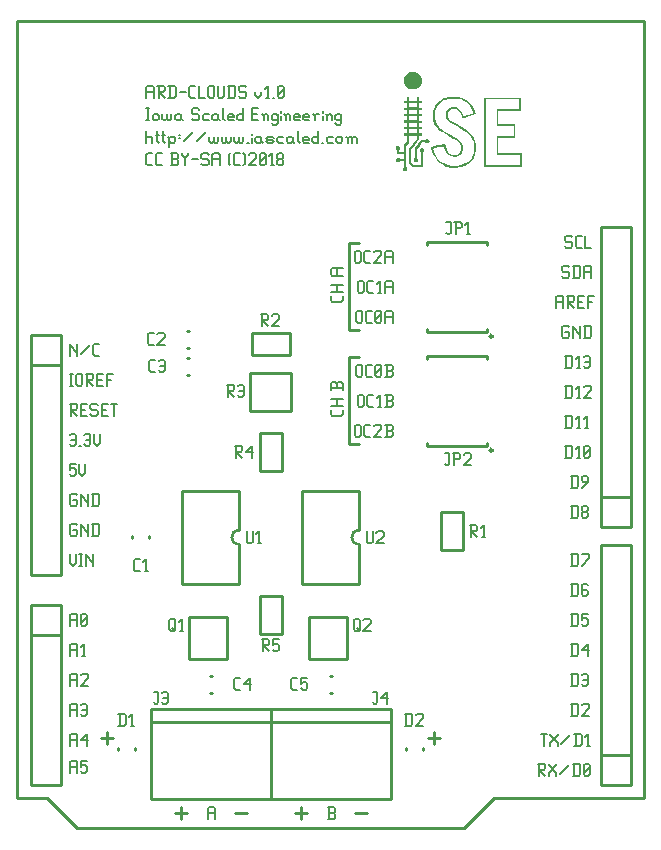
<source format=gbr>
G04 start of page 8 for group -4079 idx -4079 *
G04 Title: (unknown), topsilk *
G04 Creator: pcb 20140316 *
G04 CreationDate: Fri 13 Apr 2018 03:31:12 AM GMT UTC *
G04 For: railfan *
G04 Format: Gerber/RS-274X *
G04 PCB-Dimensions (mil): 2100.00 2700.00 *
G04 PCB-Coordinate-Origin: lower left *
%MOIN*%
%FSLAX25Y25*%
%LNTOPSILK*%
%ADD56C,0.0080*%
%ADD55C,0.0100*%
%ADD54C,0.0001*%
G54D54*G36*
X129543Y219709D02*X129147Y219980D01*
X129011Y220425D01*
X129065Y220740D01*
X129261Y220990D01*
X129391Y221104D01*
Y222986D01*
X128718D01*
X128241Y222981D01*
X128045Y222964D01*
X127953Y222840D01*
X127600Y222617D01*
X127172D01*
X126873Y222807D01*
X126689Y223100D01*
X126662Y223431D01*
X126770Y223724D01*
X126987Y223946D01*
X127302Y224066D01*
X127682Y224012D01*
X127991Y223773D01*
X128056Y223675D01*
X128724D01*
X129391Y223670D01*
Y225167D01*
X127058D01*
Y225900D01*
X127053Y226627D01*
X126955Y226697D01*
X126787Y226876D01*
X126678Y227093D01*
X126689Y227527D01*
X126873Y227815D01*
X127161Y227994D01*
X127497Y228026D01*
X127790Y227923D01*
X128013Y227701D01*
X128132Y227381D01*
X128078Y227006D01*
X127839Y226697D01*
X127742Y226627D01*
Y225851D01*
X129391D01*
Y228156D01*
X129857Y228748D01*
X130329Y229339D01*
Y231406D01*
X129418D01*
Y232193D01*
X133802D01*
Y233566D01*
X130986D01*
Y232193D01*
X130329D01*
Y233566D01*
X129418D01*
Y234325D01*
X130319D01*
Y235692D01*
X131002Y235719D01*
X130997Y235057D01*
X130991Y234586D01*
X131002Y234368D01*
X131067Y234358D01*
X131290Y234347D01*
X131724Y234341D01*
X132407Y234336D01*
X133802D01*
Y235719D01*
X131002D01*
X130319Y235692D01*
X129418D01*
Y236452D01*
X130329D01*
X130986Y236479D01*
X133802D01*
Y237852D01*
X130986D01*
Y236479D01*
X130329Y236452D01*
Y237824D01*
X129418D01*
Y238584D01*
X130319D01*
X130329Y239962D01*
X130986Y240005D01*
Y239327D01*
X130991Y238844D01*
X131008Y238627D01*
X131420Y238617D01*
X132407Y238611D01*
X133791D01*
X133796Y239300D01*
Y239316D01*
X133807Y240005D01*
X130986D01*
X130329Y239962D01*
X129418D01*
Y240722D01*
X130319D01*
Y242094D01*
X131002Y242148D01*
X130997Y241492D01*
X130991Y241015D01*
X131002Y240797D01*
X131067Y240787D01*
X131290Y240776D01*
X131724Y240770D01*
X132407Y240765D01*
X133807D01*
X133796Y241459D01*
X133791Y242148D01*
X131002D01*
X130319Y242094D01*
X129418D01*
Y242854D01*
X130329D01*
Y244096D01*
X130986D01*
Y242854D01*
X133802D01*
Y244096D01*
X134491D01*
Y242854D01*
X135402D01*
Y242094D01*
X134491D01*
Y240694D01*
X135402D01*
Y239935D01*
X134491D01*
Y238541D01*
X135402D01*
Y237781D01*
X134491D01*
Y236408D01*
X135402D01*
Y235649D01*
X134491D01*
Y234255D01*
X135402D01*
Y233495D01*
X134491D01*
Y232122D01*
X135402D01*
Y231336D01*
X134491D01*
X134485Y230750D01*
Y230158D01*
X133069Y228368D01*
X131648Y226583D01*
Y222574D01*
X132624Y221597D01*
X135044D01*
Y223719D01*
X135039Y224543D01*
Y225216D01*
X135033Y225672D01*
X135028Y225834D01*
X134903Y225927D01*
X134659Y226393D01*
X134794Y226909D01*
X135370Y227218D01*
X135972Y226947D01*
X136129Y226382D01*
X135831Y225872D01*
X135733Y225802D01*
Y220914D01*
X132342D01*
X130986Y222270D01*
Y226844D01*
X132396Y228623D01*
X133802Y230403D01*
Y231341D01*
X130986D01*
Y229003D01*
X130074Y227853D01*
Y221022D01*
X130140Y220990D01*
X130319Y220821D01*
X130449Y220588D01*
X130416Y220073D01*
X130069Y219693D01*
X129803Y219633D01*
X129543Y219644D01*
Y219709D01*
G37*
G36*
X145385Y220729D02*X143567Y221071D01*
X141983Y221793D01*
X140876Y222671D01*
X139932Y223778D01*
X139070Y225341D01*
X138424Y227196D01*
X138326Y227565D01*
X140746Y228081D01*
X141679Y228281D01*
X142455Y228444D01*
X142981Y228547D01*
X143182Y228580D01*
X143236Y228368D01*
X143285Y228118D01*
X143367Y227782D01*
X143730Y226757D01*
X144245Y225932D01*
X144891Y225324D01*
X145662Y224961D01*
X145900Y224918D01*
X146296Y224901D01*
X146687Y224918D01*
X146942Y224961D01*
X147962Y225547D01*
X148521Y226583D01*
X148575Y227212D01*
X148521Y227809D01*
X149123Y227983D01*
X149161Y226567D01*
X148803Y225617D01*
X148173Y224885D01*
X147316Y224424D01*
X146280Y224256D01*
X144951Y224559D01*
X143882Y225384D01*
X143090Y226627D01*
X142889Y227153D01*
X142743Y227657D01*
X142694Y227826D01*
X142645Y227842D01*
X142493Y227815D01*
X142135Y227739D01*
X141609Y227625D01*
X140979Y227489D01*
X139829Y227245D01*
X139292Y227126D01*
X139129Y227077D01*
Y227044D01*
X139178Y226860D01*
X139303Y226491D01*
X139449Y226084D01*
X139574Y225758D01*
X140572Y223979D01*
X141858Y222650D01*
X143432Y221782D01*
X145303Y221364D01*
X145699Y221353D01*
X146247D01*
X146795Y221369D01*
X147218Y221402D01*
X148548Y221657D01*
X149709Y222091D01*
X150609Y222623D01*
X151363Y223279D01*
X151966Y224060D01*
X152432Y224966D01*
X152660Y225661D01*
X152817Y226447D01*
X152866Y227402D01*
X152817Y228336D01*
X152590Y229323D01*
X152232Y230213D01*
X151711Y231032D01*
X151027Y231813D01*
X150327Y232459D01*
X149519Y233056D01*
X148445Y233717D01*
X146953Y234547D01*
X145808Y235182D01*
X145016Y235660D01*
X144463Y236061D01*
X144034Y236463D01*
X143486Y237249D01*
X143318Y238117D01*
X143464Y239159D01*
X143898Y239973D01*
X144603Y240537D01*
X145558Y240819D01*
X146139Y240836D01*
X146714Y240770D01*
X147484Y240477D01*
X148152Y239951D01*
X148727Y239186D01*
X149221Y238166D01*
X149307Y237966D01*
X149367Y237922D01*
X149530Y237971D01*
X149909Y238074D01*
X150419Y238226D01*
X151005Y238394D01*
X151581Y238562D01*
X152080Y238714D01*
X152438Y238817D01*
X152579Y238861D01*
X152552Y238985D01*
X152465Y239262D01*
X152340Y239604D01*
X152221Y239919D01*
X151543Y241134D01*
X150653Y242138D01*
X149579Y242913D01*
X148325Y243440D01*
X146568Y243743D01*
X144647Y243657D01*
X142900Y243196D01*
X141500Y242360D01*
X140800Y241633D01*
X140258Y240749D01*
X139889Y239723D01*
X139688Y238573D01*
X139661Y237797D01*
X139699Y237087D01*
X139938Y236105D01*
X140377Y235199D01*
X141017Y234358D01*
X141880Y233566D01*
X142422Y233159D01*
X143052Y232746D01*
X143855Y232269D01*
X144940Y231661D01*
X145667Y231260D01*
X146209Y230951D01*
X146633Y230696D01*
X147007Y230457D01*
X148439Y229247D01*
X149123Y227983D01*
X148521Y227809D01*
X147924Y228878D01*
X146665Y229925D01*
X146302Y230158D01*
X145895Y230403D01*
X145379Y230696D01*
X144685Y231075D01*
X143307Y231851D01*
X142292Y232480D01*
X141517Y233045D01*
X140860Y233625D01*
X140111Y234466D01*
X139574Y235350D01*
X139156Y236533D01*
X139026Y237846D01*
X139118Y239132D01*
X139411Y240331D01*
X140171Y241855D01*
X141332Y243038D01*
X142862Y243863D01*
X144734Y244302D01*
X146193Y244384D01*
X147577Y244259D01*
X148852Y243933D01*
X149991Y243407D01*
X151130Y242561D01*
X152069Y241476D01*
X152796Y240174D01*
X153289Y238671D01*
X153349Y238416D01*
X151147Y237776D01*
X150284Y237532D01*
X149579Y237331D01*
X149101Y237201D01*
X148922Y237157D01*
X148846Y237358D01*
X148618Y237960D01*
X148358Y238535D01*
X147598Y239604D01*
X146649Y240136D01*
X146014Y240201D01*
X145363Y240152D01*
X144506Y239680D01*
X144169Y239219D01*
X143985Y238622D01*
X143947Y238139D01*
X143985Y237727D01*
X144332Y237076D01*
X145059Y236408D01*
X145412Y236164D01*
X145851Y235888D01*
X146426Y235562D01*
X147197Y235139D01*
X148065Y234667D01*
X148748Y234282D01*
X149307Y233951D01*
X149785Y233642D01*
X151011Y232714D01*
X151977Y231726D01*
X152704Y230674D01*
X153192Y229534D01*
X153468Y228162D01*
X153474Y226730D01*
X153219Y225330D01*
X152709Y224066D01*
X151912Y222948D01*
X150870Y222037D01*
X149600Y221359D01*
X148135Y220914D01*
X146757Y220740D01*
X145385Y220735D01*
Y220729D01*
G37*
G36*
X155970Y232535D02*X156610Y232540D01*
X156604Y221641D01*
X168030D01*
Y224798D01*
X160256D01*
Y231319D01*
X165941D01*
Y234488D01*
X160256D01*
Y240271D01*
X167716D01*
Y243440D01*
X156621D01*
X156610Y232540D01*
X155970Y232535D01*
Y244064D01*
X168350D01*
Y239653D01*
X160890D01*
Y235133D01*
X166571D01*
Y230723D01*
X160907D01*
X160896Y228091D01*
X160890Y225460D01*
X168654D01*
Y221022D01*
X155970D01*
Y232535D01*
G37*
G36*
X133107Y222623D02*X132825Y222812D01*
X132646Y223100D01*
X132641Y223534D01*
X132868Y223887D01*
X132999Y223979D01*
X133010Y224440D01*
X133015Y225552D01*
Y227126D01*
X134111Y228504D01*
X135201Y229887D01*
X136531D01*
X136617Y230007D01*
X136845Y230202D01*
X136997Y230267D01*
X137203Y230278D01*
X137404Y230272D01*
X137556Y230202D01*
X137778Y230012D01*
X137914Y229768D01*
X137930Y229486D01*
X137865Y229214D01*
X137589Y228927D01*
X137203Y228813D01*
X136645Y229062D01*
X136520Y229198D01*
X135532D01*
X134615Y228043D01*
X133704Y226887D01*
Y223990D01*
X133807Y223919D01*
X134067Y223523D01*
X134035Y223024D01*
X133650Y222650D01*
X133107Y222617D01*
Y222623D01*
G37*
G36*
X131941Y246782D02*X131056Y247069D01*
X130291Y247628D01*
X129743Y248360D01*
X129456Y249223D01*
X129418Y249863D01*
X129499Y250482D01*
X129809Y251247D01*
X130329Y251898D01*
X131176Y252473D01*
X132147Y252716D01*
X133156Y252629D01*
X134100Y252202D01*
X134653Y251697D01*
X135077Y251079D01*
X135310Y250395D01*
X135380Y249668D01*
X135272Y248941D01*
X135006Y248268D01*
X134599Y247720D01*
X134084Y247275D01*
X133482Y246955D01*
X132831Y246782D01*
X132380Y246760D01*
X131941Y246782D01*
G37*
G54D55*X209500Y269500D02*Y10500D01*
X159500D02*X149500Y500D01*
X209500Y10500D02*X159500D01*
X500Y269500D02*X209500D01*
X114500Y195500D02*X111000D01*
Y166500D01*
X114500D01*
Y157500D02*X111000D01*
Y128500D01*
X114500D01*
X30500Y32500D02*Y28500D01*
X28500Y30500D02*X32500D01*
X139500Y32500D02*Y28500D01*
X137500Y30500D02*X141500D01*
X500Y10500D02*Y269500D01*
X149500Y500D02*X20500D01*
X55000Y7500D02*Y3500D01*
X53000Y5500D02*X57000D01*
X73000D02*X77000D01*
X500Y10500D02*X10500D01*
X20500Y500D02*X10500Y10500D01*
X95000Y7500D02*Y3500D01*
X93000Y5500D02*X97000D01*
X113000D02*X117000D01*
G54D56*X185500Y52000D02*Y48000D01*
X187000Y52000D02*X187500Y51500D01*
Y48500D01*
X187000Y48000D02*X187500Y48500D01*
X185000Y48000D02*X187000D01*
X185000Y52000D02*X187000D01*
X188700Y51500D02*X189200Y52000D01*
X190200D01*
X190700Y51500D01*
Y48500D01*
X190200Y48000D02*X190700Y48500D01*
X189200Y48000D02*X190200D01*
X188700Y48500D02*X189200Y48000D01*
Y50000D02*X190700D01*
X185500Y62000D02*Y58000D01*
X187000Y62000D02*X187500Y61500D01*
Y58500D01*
X187000Y58000D02*X187500Y58500D01*
X185000Y58000D02*X187000D01*
X185000Y62000D02*X187000D01*
X188700Y60000D02*X190700Y62000D01*
X188700Y60000D02*X191200D01*
X190700Y62000D02*Y58000D01*
X185500Y82000D02*Y78000D01*
X187000Y82000D02*X187500Y81500D01*
Y78500D01*
X187000Y78000D02*X187500Y78500D01*
X185000Y78000D02*X187000D01*
X185000Y82000D02*X187000D01*
X190200D02*X190700Y81500D01*
X189200Y82000D02*X190200D01*
X188700Y81500D02*X189200Y82000D01*
X188700Y81500D02*Y78500D01*
X189200Y78000D01*
X190200Y80000D02*X190700Y79500D01*
X188700Y80000D02*X190200D01*
X189200Y78000D02*X190200D01*
X190700Y78500D01*
Y79500D02*Y78500D01*
X185500Y72000D02*Y68000D01*
X187000Y72000D02*X187500Y71500D01*
Y68500D01*
X187000Y68000D02*X187500Y68500D01*
X185000Y68000D02*X187000D01*
X185000Y72000D02*X187000D01*
X188700D02*X190700D01*
X188700D02*Y70000D01*
X189200Y70500D01*
X190200D01*
X190700Y70000D01*
Y68500D01*
X190200Y68000D02*X190700Y68500D01*
X189200Y68000D02*X190200D01*
X188700Y68500D02*X189200Y68000D01*
X18000Y71500D02*Y68000D01*
Y71500D02*X18500Y72000D01*
X20000D01*
X20500Y71500D01*
Y68000D01*
X18000Y70000D02*X20500D01*
X21700Y68500D02*X22200Y68000D01*
X21700Y71500D02*Y68500D01*
Y71500D02*X22200Y72000D01*
X23200D01*
X23700Y71500D01*
Y68500D01*
X23200Y68000D02*X23700Y68500D01*
X22200Y68000D02*X23200D01*
X21700Y69000D02*X23700Y71000D01*
X185500Y42000D02*Y38000D01*
X187000Y42000D02*X187500Y41500D01*
Y38500D01*
X187000Y38000D02*X187500Y38500D01*
X185000Y38000D02*X187000D01*
X185000Y42000D02*X187000D01*
X188700Y41500D02*X189200Y42000D01*
X190700D01*
X191200Y41500D01*
Y40500D01*
X188700Y38000D02*X191200Y40500D01*
X188700Y38000D02*X191200D01*
X175000Y32000D02*X177000D01*
X176000D02*Y28000D01*
X178200Y32000D02*Y31500D01*
X180700Y29000D01*
Y28000D01*
X178200Y29000D02*Y28000D01*
Y29000D02*X180700Y31500D01*
Y32000D02*Y31500D01*
X181900Y28500D02*X184900Y31500D01*
X186600Y32000D02*Y28000D01*
X188100Y32000D02*X188600Y31500D01*
Y28500D01*
X188100Y28000D02*X188600Y28500D01*
X186100Y28000D02*X188100D01*
X186100Y32000D02*X188100D01*
X190300Y28000D02*X191300D01*
X190800Y32000D02*Y28000D01*
X189800Y31000D02*X190800Y32000D01*
X174000Y22000D02*X176000D01*
X176500Y21500D01*
Y20500D01*
X176000Y20000D02*X176500Y20500D01*
X174500Y20000D02*X176000D01*
X174500Y22000D02*Y18000D01*
Y20000D02*X176500Y18000D01*
X177700Y22000D02*Y21500D01*
X180200Y19000D01*
Y18000D01*
X177700Y19000D02*Y18000D01*
Y19000D02*X180200Y21500D01*
Y22000D02*Y21500D01*
X181400Y18500D02*X184400Y21500D01*
X186100Y22000D02*Y18000D01*
X187600Y22000D02*X188100Y21500D01*
Y18500D01*
X187600Y18000D02*X188100Y18500D01*
X185600Y18000D02*X187600D01*
X185600Y22000D02*X187600D01*
X189300Y18500D02*X189800Y18000D01*
X189300Y21500D02*Y18500D01*
Y21500D02*X189800Y22000D01*
X190800D01*
X191300Y21500D01*
Y18500D01*
X190800Y18000D02*X191300Y18500D01*
X189800Y18000D02*X190800D01*
X189300Y19000D02*X191300Y21000D01*
X64000Y7000D02*Y3500D01*
Y7000D02*X64500Y7500D01*
X66000D01*
X66500Y7000D01*
Y3500D01*
X64000Y5500D02*X66500D01*
X104000Y3500D02*X106000D01*
X106500Y4000D01*
Y5000D02*Y4000D01*
X106000Y5500D02*X106500Y5000D01*
X104500Y5500D02*X106000D01*
X104500Y7500D02*Y3500D01*
X104000Y7500D02*X106000D01*
X106500Y7000D01*
Y6000D01*
X106000Y5500D02*X106500Y6000D01*
X185500Y108000D02*Y104000D01*
X187000Y108000D02*X187500Y107500D01*
Y104500D01*
X187000Y104000D02*X187500Y104500D01*
X185000Y104000D02*X187000D01*
X185000Y108000D02*X187000D01*
X188700Y104500D02*X189200Y104000D01*
X188700Y105500D02*Y104500D01*
Y105500D02*X189200Y106000D01*
X190200D01*
X190700Y105500D01*
Y104500D01*
X190200Y104000D02*X190700Y104500D01*
X189200Y104000D02*X190200D01*
X188700Y106500D02*X189200Y106000D01*
X188700Y107500D02*Y106500D01*
Y107500D02*X189200Y108000D01*
X190200D01*
X190700Y107500D01*
Y106500D01*
X190200Y106000D02*X190700Y106500D01*
X183500Y148000D02*Y144000D01*
X185000Y148000D02*X185500Y147500D01*
Y144500D01*
X185000Y144000D02*X185500Y144500D01*
X183000Y144000D02*X185000D01*
X183000Y148000D02*X185000D01*
X187200Y144000D02*X188200D01*
X187700Y148000D02*Y144000D01*
X186700Y147000D02*X187700Y148000D01*
X189400Y147500D02*X189900Y148000D01*
X191400D01*
X191900Y147500D01*
Y146500D01*
X189400Y144000D02*X191900Y146500D01*
X189400Y144000D02*X191900D01*
X183500Y138000D02*Y134000D01*
X185000Y138000D02*X185500Y137500D01*
Y134500D01*
X185000Y134000D02*X185500Y134500D01*
X183000Y134000D02*X185000D01*
X183000Y138000D02*X185000D01*
X187200Y134000D02*X188200D01*
X187700Y138000D02*Y134000D01*
X186700Y137000D02*X187700Y138000D01*
X189900Y134000D02*X190900D01*
X190400Y138000D02*Y134000D01*
X189400Y137000D02*X190400Y138000D01*
X183500Y128000D02*Y124000D01*
X185000Y128000D02*X185500Y127500D01*
Y124500D01*
X185000Y124000D02*X185500Y124500D01*
X183000Y124000D02*X185000D01*
X183000Y128000D02*X185000D01*
X187200Y124000D02*X188200D01*
X187700Y128000D02*Y124000D01*
X186700Y127000D02*X187700Y128000D01*
X189400Y124500D02*X189900Y124000D01*
X189400Y127500D02*Y124500D01*
Y127500D02*X189900Y128000D01*
X190900D01*
X191400Y127500D01*
Y124500D01*
X190900Y124000D02*X191400Y124500D01*
X189900Y124000D02*X190900D01*
X189400Y125000D02*X191400Y127000D01*
X185500Y118000D02*Y114000D01*
X187000Y118000D02*X187500Y117500D01*
Y114500D01*
X187000Y114000D02*X187500Y114500D01*
X185000Y114000D02*X187000D01*
X185000Y118000D02*X187000D01*
X188700Y114000D02*X190700Y116000D01*
Y117500D02*Y116000D01*
X190200Y118000D02*X190700Y117500D01*
X189200Y118000D02*X190200D01*
X188700Y117500D02*X189200Y118000D01*
X188700Y117500D02*Y116500D01*
X189200Y116000D01*
X190700D01*
X180000Y177500D02*Y174000D01*
Y177500D02*X180500Y178000D01*
X182000D01*
X182500Y177500D01*
Y174000D01*
X180000Y176000D02*X182500D01*
X183700Y178000D02*X185700D01*
X186200Y177500D01*
Y176500D01*
X185700Y176000D02*X186200Y176500D01*
X184200Y176000D02*X185700D01*
X184200Y178000D02*Y174000D01*
Y176000D02*X186200Y174000D01*
X187400Y176000D02*X188900D01*
X187400Y174000D02*X189400D01*
X187400Y178000D02*Y174000D01*
Y178000D02*X189400D01*
X190600D02*Y174000D01*
Y178000D02*X192600D01*
X190600Y176000D02*X192100D01*
X184000Y168000D02*X184500Y167500D01*
X182500Y168000D02*X184000D01*
X182000Y167500D02*X182500Y168000D01*
X182000Y167500D02*Y164500D01*
X182500Y164000D01*
X184000D01*
X184500Y164500D01*
Y165500D02*Y164500D01*
X184000Y166000D02*X184500Y165500D01*
X183000Y166000D02*X184000D01*
X185700Y168000D02*Y164000D01*
Y168000D02*Y167500D01*
X188200Y165000D01*
Y168000D02*Y164000D01*
X189900Y168000D02*Y164000D01*
X191400Y168000D02*X191900Y167500D01*
Y164500D01*
X191400Y164000D02*X191900Y164500D01*
X189400Y164000D02*X191400D01*
X189400Y168000D02*X191400D01*
X183500Y158000D02*Y154000D01*
X185000Y158000D02*X185500Y157500D01*
Y154500D01*
X185000Y154000D02*X185500Y154500D01*
X183000Y154000D02*X185000D01*
X183000Y158000D02*X185000D01*
X187200Y154000D02*X188200D01*
X187700Y158000D02*Y154000D01*
X186700Y157000D02*X187700Y158000D01*
X189400Y157500D02*X189900Y158000D01*
X190900D01*
X191400Y157500D01*
Y154500D01*
X190900Y154000D02*X191400Y154500D01*
X189900Y154000D02*X190900D01*
X189400Y154500D02*X189900Y154000D01*
Y156000D02*X191400D01*
X185500Y92000D02*Y88000D01*
X187000Y92000D02*X187500Y91500D01*
Y88500D01*
X187000Y88000D02*X187500Y88500D01*
X185000Y88000D02*X187000D01*
X185000Y92000D02*X187000D01*
X188700Y88000D02*X191200Y90500D01*
Y92000D02*Y90500D01*
X188700Y92000D02*X191200D01*
X184000Y188000D02*X184500Y187500D01*
X182500Y188000D02*X184000D01*
X182000Y187500D02*X182500Y188000D01*
X182000Y187500D02*Y186500D01*
X182500Y186000D01*
X184000D01*
X184500Y185500D01*
Y184500D01*
X184000Y184000D02*X184500Y184500D01*
X182500Y184000D02*X184000D01*
X182000Y184500D02*X182500Y184000D01*
X186200Y188000D02*Y184000D01*
X187700Y188000D02*X188200Y187500D01*
Y184500D01*
X187700Y184000D02*X188200Y184500D01*
X185700Y184000D02*X187700D01*
X185700Y188000D02*X187700D01*
X189400Y187500D02*Y184000D01*
Y187500D02*X189900Y188000D01*
X191400D01*
X191900Y187500D01*
Y184000D01*
X189400Y186000D02*X191900D01*
X18000Y22500D02*Y19000D01*
Y22500D02*X18500Y23000D01*
X20000D01*
X20500Y22500D01*
Y19000D01*
X18000Y21000D02*X20500D01*
X21700Y23000D02*X23700D01*
X21700D02*Y21000D01*
X22200Y21500D01*
X23200D01*
X23700Y21000D01*
Y19500D01*
X23200Y19000D02*X23700Y19500D01*
X22200Y19000D02*X23200D01*
X21700Y19500D02*X22200Y19000D01*
X18000Y31500D02*Y28000D01*
Y31500D02*X18500Y32000D01*
X20000D01*
X20500Y31500D01*
Y28000D01*
X18000Y30000D02*X20500D01*
X21700D02*X23700Y32000D01*
X21700Y30000D02*X24200D01*
X23700Y32000D02*Y28000D01*
X18000Y41500D02*Y38000D01*
Y41500D02*X18500Y42000D01*
X20000D01*
X20500Y41500D01*
Y38000D01*
X18000Y40000D02*X20500D01*
X21700Y41500D02*X22200Y42000D01*
X23200D01*
X23700Y41500D01*
Y38500D01*
X23200Y38000D02*X23700Y38500D01*
X22200Y38000D02*X23200D01*
X21700Y38500D02*X22200Y38000D01*
Y40000D02*X23700D01*
X18000Y51500D02*Y48000D01*
Y51500D02*X18500Y52000D01*
X20000D01*
X20500Y51500D01*
Y48000D01*
X18000Y50000D02*X20500D01*
X21700Y51500D02*X22200Y52000D01*
X23700D01*
X24200Y51500D01*
Y50500D01*
X21700Y48000D02*X24200Y50500D01*
X21700Y48000D02*X24200D01*
X18000Y61500D02*Y58000D01*
Y61500D02*X18500Y62000D01*
X20000D01*
X20500Y61500D01*
Y58000D01*
X18000Y60000D02*X20500D01*
X22200Y58000D02*X23200D01*
X22700Y62000D02*Y58000D01*
X21700Y61000D02*X22700Y62000D01*
X18000Y122000D02*X20000D01*
X18000D02*Y120000D01*
X18500Y120500D01*
X19500D01*
X20000Y120000D01*
Y118500D01*
X19500Y118000D02*X20000Y118500D01*
X18500Y118000D02*X19500D01*
X18000Y118500D02*X18500Y118000D01*
X21200Y122000D02*Y119000D01*
X22200Y118000D01*
X23200Y119000D01*
Y122000D02*Y119000D01*
X18000Y131500D02*X18500Y132000D01*
X19500D01*
X20000Y131500D01*
Y128500D01*
X19500Y128000D02*X20000Y128500D01*
X18500Y128000D02*X19500D01*
X18000Y128500D02*X18500Y128000D01*
Y130000D02*X20000D01*
X21200Y128000D02*X21700D01*
X22900Y131500D02*X23400Y132000D01*
X24400D01*
X24900Y131500D01*
Y128500D01*
X24400Y128000D02*X24900Y128500D01*
X23400Y128000D02*X24400D01*
X22900Y128500D02*X23400Y128000D01*
Y130000D02*X24900D01*
X26100Y132000D02*Y129000D01*
X27100Y128000D01*
X28100Y129000D01*
Y132000D02*Y129000D01*
X18000Y92000D02*Y89000D01*
X19000Y88000D01*
X20000Y89000D01*
Y92000D02*Y89000D01*
X21200Y92000D02*X22200D01*
X21700D02*Y88000D01*
X21200D02*X22200D01*
X23400Y92000D02*Y88000D01*
Y92000D02*Y91500D01*
X25900Y89000D01*
Y92000D02*Y88000D01*
X20000Y102000D02*X20500Y101500D01*
X18500Y102000D02*X20000D01*
X18000Y101500D02*X18500Y102000D01*
X18000Y101500D02*Y98500D01*
X18500Y98000D01*
X20000D01*
X20500Y98500D01*
Y99500D02*Y98500D01*
X20000Y100000D02*X20500Y99500D01*
X19000Y100000D02*X20000D01*
X21700Y102000D02*Y98000D01*
Y102000D02*Y101500D01*
X24200Y99000D01*
Y102000D02*Y98000D01*
X25900Y102000D02*Y98000D01*
X27400Y102000D02*X27900Y101500D01*
Y98500D01*
X27400Y98000D02*X27900Y98500D01*
X25400Y98000D02*X27400D01*
X25400Y102000D02*X27400D01*
X20000Y112000D02*X20500Y111500D01*
X18500Y112000D02*X20000D01*
X18000Y111500D02*X18500Y112000D01*
X18000Y111500D02*Y108500D01*
X18500Y108000D01*
X20000D01*
X20500Y108500D01*
Y109500D02*Y108500D01*
X20000Y110000D02*X20500Y109500D01*
X19000Y110000D02*X20000D01*
X21700Y112000D02*Y108000D01*
Y112000D02*Y111500D01*
X24200Y109000D01*
Y112000D02*Y108000D01*
X25900Y112000D02*Y108000D01*
X27400Y112000D02*X27900Y111500D01*
Y108500D01*
X27400Y108000D02*X27900Y108500D01*
X25400Y108000D02*X27400D01*
X25400Y112000D02*X27400D01*
X18000Y152000D02*X19000D01*
X18500D02*Y148000D01*
X18000D02*X19000D01*
X20200Y151500D02*Y148500D01*
Y151500D02*X20700Y152000D01*
X21700D01*
X22200Y151500D01*
Y148500D01*
X21700Y148000D02*X22200Y148500D01*
X20700Y148000D02*X21700D01*
X20200Y148500D02*X20700Y148000D01*
X23400Y152000D02*X25400D01*
X25900Y151500D01*
Y150500D01*
X25400Y150000D02*X25900Y150500D01*
X23900Y150000D02*X25400D01*
X23900Y152000D02*Y148000D01*
Y150000D02*X25900Y148000D01*
X27100Y150000D02*X28600D01*
X27100Y148000D02*X29100D01*
X27100Y152000D02*Y148000D01*
Y152000D02*X29100D01*
X30300D02*Y148000D01*
Y152000D02*X32300D01*
X30300Y150000D02*X31800D01*
X18000Y142000D02*X20000D01*
X20500Y141500D01*
Y140500D01*
X20000Y140000D02*X20500Y140500D01*
X18500Y140000D02*X20000D01*
X18500Y142000D02*Y138000D01*
Y140000D02*X20500Y138000D01*
X21700Y140000D02*X23200D01*
X21700Y138000D02*X23700D01*
X21700Y142000D02*Y138000D01*
Y142000D02*X23700D01*
X26900D02*X27400Y141500D01*
X25400Y142000D02*X26900D01*
X24900Y141500D02*X25400Y142000D01*
X24900Y141500D02*Y140500D01*
X25400Y140000D01*
X26900D01*
X27400Y139500D01*
Y138500D01*
X26900Y138000D02*X27400Y138500D01*
X25400Y138000D02*X26900D01*
X24900Y138500D02*X25400Y138000D01*
X28600Y140000D02*X30100D01*
X28600Y138000D02*X30600D01*
X28600Y142000D02*Y138000D01*
Y142000D02*X30600D01*
X31800D02*X33800D01*
X32800D02*Y138000D01*
X18000Y162000D02*Y158000D01*
Y162000D02*Y161500D01*
X20500Y159000D01*
Y162000D02*Y158000D01*
X21700Y158500D02*X24700Y161500D01*
X26400Y158000D02*X27900D01*
X25900Y158500D02*X26400Y158000D01*
X25900Y161500D02*Y158500D01*
Y161500D02*X26400Y162000D01*
X27900D01*
X185000Y198000D02*X185500Y197500D01*
X183500Y198000D02*X185000D01*
X183000Y197500D02*X183500Y198000D01*
X183000Y197500D02*Y196500D01*
X183500Y196000D01*
X185000D01*
X185500Y195500D01*
Y194500D01*
X185000Y194000D02*X185500Y194500D01*
X183500Y194000D02*X185000D01*
X183000Y194500D02*X183500Y194000D01*
X187200D02*X188700D01*
X186700Y194500D02*X187200Y194000D01*
X186700Y197500D02*Y194500D01*
Y197500D02*X187200Y198000D01*
X188700D01*
X189900D02*Y194000D01*
X191900D01*
X113000Y192500D02*Y189500D01*
Y192500D02*X113500Y193000D01*
X114500D01*
X115000Y192500D01*
Y189500D01*
X114500Y189000D02*X115000Y189500D01*
X113500Y189000D02*X114500D01*
X113000Y189500D02*X113500Y189000D01*
X116700D02*X118200D01*
X116200Y189500D02*X116700Y189000D01*
X116200Y192500D02*Y189500D01*
Y192500D02*X116700Y193000D01*
X118200D01*
X119400Y192500D02*X119900Y193000D01*
X121400D01*
X121900Y192500D01*
Y191500D01*
X119400Y189000D02*X121900Y191500D01*
X119400Y189000D02*X121900D01*
X123100Y192500D02*Y189000D01*
Y192500D02*X123600Y193000D01*
X125100D01*
X125600Y192500D01*
Y189000D01*
X123100Y191000D02*X125600D01*
X114000Y182500D02*Y179500D01*
Y182500D02*X114500Y183000D01*
X115500D01*
X116000Y182500D01*
Y179500D01*
X115500Y179000D02*X116000Y179500D01*
X114500Y179000D02*X115500D01*
X114000Y179500D02*X114500Y179000D01*
X117700D02*X119200D01*
X117200Y179500D02*X117700Y179000D01*
X117200Y182500D02*Y179500D01*
Y182500D02*X117700Y183000D01*
X119200D01*
X120900Y179000D02*X121900D01*
X121400Y183000D02*Y179000D01*
X120400Y182000D02*X121400Y183000D01*
X123100Y182500D02*Y179000D01*
Y182500D02*X123600Y183000D01*
X125100D01*
X125600Y182500D01*
Y179000D01*
X123100Y181000D02*X125600D01*
X113500Y172500D02*Y169500D01*
Y172500D02*X114000Y173000D01*
X115000D01*
X115500Y172500D01*
Y169500D01*
X115000Y169000D02*X115500Y169500D01*
X114000Y169000D02*X115000D01*
X113500Y169500D02*X114000Y169000D01*
X117200D02*X118700D01*
X116700Y169500D02*X117200Y169000D01*
X116700Y172500D02*Y169500D01*
Y172500D02*X117200Y173000D01*
X118700D01*
X119900Y169500D02*X120400Y169000D01*
X119900Y172500D02*Y169500D01*
Y172500D02*X120400Y173000D01*
X121400D01*
X121900Y172500D01*
Y169500D01*
X121400Y169000D02*X121900Y169500D01*
X120400Y169000D02*X121400D01*
X119900Y170000D02*X121900Y172000D01*
X123100Y172500D02*Y169000D01*
Y172500D02*X123600Y173000D01*
X125100D01*
X125600Y172500D01*
Y169000D01*
X123100Y171000D02*X125600D01*
X109000Y178000D02*Y176500D01*
X108500Y176000D02*X109000Y176500D01*
X105500Y176000D02*X108500D01*
X105500D02*X105000Y176500D01*
Y178000D02*Y176500D01*
Y179200D02*X109000D01*
X105000Y181700D02*X109000D01*
X107000D02*Y179200D01*
X105500Y184700D02*X109000D01*
X105500D02*X105000Y185200D01*
Y186700D02*Y185200D01*
Y186700D02*X105500Y187200D01*
X109000D01*
X107000D02*Y184700D01*
X113500Y154500D02*Y151500D01*
Y154500D02*X114000Y155000D01*
X115000D01*
X115500Y154500D01*
Y151500D01*
X115000Y151000D02*X115500Y151500D01*
X114000Y151000D02*X115000D01*
X113500Y151500D02*X114000Y151000D01*
X117200D02*X118700D01*
X116700Y151500D02*X117200Y151000D01*
X116700Y154500D02*Y151500D01*
Y154500D02*X117200Y155000D01*
X118700D01*
X119900Y151500D02*X120400Y151000D01*
X119900Y154500D02*Y151500D01*
Y154500D02*X120400Y155000D01*
X121400D01*
X121900Y154500D01*
Y151500D01*
X121400Y151000D02*X121900Y151500D01*
X120400Y151000D02*X121400D01*
X119900Y152000D02*X121900Y154000D01*
X123100Y151000D02*X125100D01*
X125600Y151500D01*
Y152500D02*Y151500D01*
X125100Y153000D02*X125600Y152500D01*
X123600Y153000D02*X125100D01*
X123600Y155000D02*Y151000D01*
X123100Y155000D02*X125100D01*
X125600Y154500D01*
Y153500D01*
X125100Y153000D02*X125600Y153500D01*
X114000Y144500D02*Y141500D01*
Y144500D02*X114500Y145000D01*
X115500D01*
X116000Y144500D01*
Y141500D01*
X115500Y141000D02*X116000Y141500D01*
X114500Y141000D02*X115500D01*
X114000Y141500D02*X114500Y141000D01*
X117700D02*X119200D01*
X117200Y141500D02*X117700Y141000D01*
X117200Y144500D02*Y141500D01*
Y144500D02*X117700Y145000D01*
X119200D01*
X120900Y141000D02*X121900D01*
X121400Y145000D02*Y141000D01*
X120400Y144000D02*X121400Y145000D01*
X123100Y141000D02*X125100D01*
X125600Y141500D01*
Y142500D02*Y141500D01*
X125100Y143000D02*X125600Y142500D01*
X123600Y143000D02*X125100D01*
X123600Y145000D02*Y141000D01*
X123100Y145000D02*X125100D01*
X125600Y144500D01*
Y143500D01*
X125100Y143000D02*X125600Y143500D01*
X113000Y134500D02*Y131500D01*
Y134500D02*X113500Y135000D01*
X114500D01*
X115000Y134500D01*
Y131500D01*
X114500Y131000D02*X115000Y131500D01*
X113500Y131000D02*X114500D01*
X113000Y131500D02*X113500Y131000D01*
X116700D02*X118200D01*
X116200Y131500D02*X116700Y131000D01*
X116200Y134500D02*Y131500D01*
Y134500D02*X116700Y135000D01*
X118200D01*
X119400Y134500D02*X119900Y135000D01*
X121400D01*
X121900Y134500D01*
Y133500D01*
X119400Y131000D02*X121900Y133500D01*
X119400Y131000D02*X121900D01*
X123100D02*X125100D01*
X125600Y131500D01*
Y132500D02*Y131500D01*
X125100Y133000D02*X125600Y132500D01*
X123600Y133000D02*X125100D01*
X123600Y135000D02*Y131000D01*
X123100Y135000D02*X125100D01*
X125600Y134500D01*
Y133500D01*
X125100Y133000D02*X125600Y133500D01*
X109000Y140000D02*Y138500D01*
X108500Y138000D02*X109000Y138500D01*
X105500Y138000D02*X108500D01*
X105500D02*X105000Y138500D01*
Y140000D02*Y138500D01*
Y141200D02*X109000D01*
X105000Y143700D02*X109000D01*
X107000D02*Y141200D01*
X109000Y148700D02*Y146700D01*
Y148700D02*X108500Y149200D01*
X107500D02*X108500D01*
X107000Y148700D02*X107500Y149200D01*
X107000Y148700D02*Y147200D01*
X105000D02*X109000D01*
X105000Y148700D02*Y146700D01*
Y148700D02*X105500Y149200D01*
X106500D01*
X107000Y148700D02*X106500Y149200D01*
X43500Y247500D02*Y244000D01*
Y247500D02*X44000Y248000D01*
X45500D01*
X46000Y247500D01*
Y244000D01*
X43500Y246000D02*X46000D01*
X47200Y248000D02*X49200D01*
X49700Y247500D01*
Y246500D01*
X49200Y246000D02*X49700Y246500D01*
X47700Y246000D02*X49200D01*
X47700Y248000D02*Y244000D01*
Y246000D02*X49700Y244000D01*
X51400Y248000D02*Y244000D01*
X52900Y248000D02*X53400Y247500D01*
Y244500D01*
X52900Y244000D02*X53400Y244500D01*
X50900Y244000D02*X52900D01*
X50900Y248000D02*X52900D01*
X54600Y246000D02*X56600D01*
X58300Y244000D02*X59800D01*
X57800Y244500D02*X58300Y244000D01*
X57800Y247500D02*Y244500D01*
Y247500D02*X58300Y248000D01*
X59800D01*
X61000D02*Y244000D01*
X63000D01*
X64200Y247500D02*Y244500D01*
Y247500D02*X64700Y248000D01*
X65700D01*
X66200Y247500D01*
Y244500D01*
X65700Y244000D02*X66200Y244500D01*
X64700Y244000D02*X65700D01*
X64200Y244500D02*X64700Y244000D01*
X67400Y248000D02*Y244500D01*
X67900Y244000D01*
X68900D01*
X69400Y244500D01*
Y248000D02*Y244500D01*
X71100Y248000D02*Y244000D01*
X72600Y248000D02*X73100Y247500D01*
Y244500D01*
X72600Y244000D02*X73100Y244500D01*
X70600Y244000D02*X72600D01*
X70600Y248000D02*X72600D01*
X76300D02*X76800Y247500D01*
X74800Y248000D02*X76300D01*
X74300Y247500D02*X74800Y248000D01*
X74300Y247500D02*Y246500D01*
X74800Y246000D01*
X76300D01*
X76800Y245500D01*
Y244500D01*
X76300Y244000D02*X76800Y244500D01*
X74800Y244000D02*X76300D01*
X74300Y244500D02*X74800Y244000D01*
X79800Y246000D02*Y245000D01*
X80800Y244000D01*
X81800Y245000D01*
Y246000D02*Y245000D01*
X83500Y244000D02*X84500D01*
X84000Y248000D02*Y244000D01*
X83000Y247000D02*X84000Y248000D01*
X85700Y244000D02*X86200D01*
X87400Y244500D02*X87900Y244000D01*
X87400Y247500D02*Y244500D01*
Y247500D02*X87900Y248000D01*
X88900D01*
X89400Y247500D01*
Y244500D01*
X88900Y244000D02*X89400Y244500D01*
X87900Y244000D02*X88900D01*
X87400Y245000D02*X89400Y247000D01*
X43500Y240500D02*X44500D01*
X44000D02*Y236500D01*
X43500D02*X44500D01*
X45700Y238000D02*Y237000D01*
Y238000D02*X46200Y238500D01*
X47200D01*
X47700Y238000D01*
Y237000D01*
X47200Y236500D02*X47700Y237000D01*
X46200Y236500D02*X47200D01*
X45700Y237000D02*X46200Y236500D01*
X48900Y238500D02*Y237000D01*
X49400Y236500D01*
X49900D01*
X50400Y237000D01*
Y238500D02*Y237000D01*
X50900Y236500D01*
X51400D01*
X51900Y237000D01*
Y238500D02*Y237000D01*
X54600Y238500D02*X55100Y238000D01*
X53600Y238500D02*X54600D01*
X53100Y238000D02*X53600Y238500D01*
X53100Y238000D02*Y237000D01*
X53600Y236500D01*
X55100Y238500D02*Y237000D01*
X55600Y236500D01*
X53600D02*X54600D01*
X55100Y237000D01*
X60600Y240500D02*X61100Y240000D01*
X59100Y240500D02*X60600D01*
X58600Y240000D02*X59100Y240500D01*
X58600Y240000D02*Y239000D01*
X59100Y238500D01*
X60600D01*
X61100Y238000D01*
Y237000D01*
X60600Y236500D02*X61100Y237000D01*
X59100Y236500D02*X60600D01*
X58600Y237000D02*X59100Y236500D01*
X62800Y238500D02*X64300D01*
X62300Y238000D02*X62800Y238500D01*
X62300Y238000D02*Y237000D01*
X62800Y236500D01*
X64300D01*
X67000Y238500D02*X67500Y238000D01*
X66000Y238500D02*X67000D01*
X65500Y238000D02*X66000Y238500D01*
X65500Y238000D02*Y237000D01*
X66000Y236500D01*
X67500Y238500D02*Y237000D01*
X68000Y236500D01*
X66000D02*X67000D01*
X67500Y237000D01*
X69200Y240500D02*Y237000D01*
X69700Y236500D01*
X71200D02*X72700D01*
X70700Y237000D02*X71200Y236500D01*
X70700Y238000D02*Y237000D01*
Y238000D02*X71200Y238500D01*
X72200D01*
X72700Y238000D01*
X70700Y237500D02*X72700D01*
Y238000D02*Y237500D01*
X75900Y240500D02*Y236500D01*
X75400D02*X75900Y237000D01*
X74400Y236500D02*X75400D01*
X73900Y237000D02*X74400Y236500D01*
X73900Y238000D02*Y237000D01*
Y238000D02*X74400Y238500D01*
X75400D01*
X75900Y238000D01*
X78900Y238500D02*X80400D01*
X78900Y236500D02*X80900D01*
X78900Y240500D02*Y236500D01*
Y240500D02*X80900D01*
X82600Y238000D02*Y236500D01*
Y238000D02*X83100Y238500D01*
X83600D01*
X84100Y238000D01*
Y236500D01*
X82100Y238500D02*X82600Y238000D01*
X86800Y238500D02*X87300Y238000D01*
X85800Y238500D02*X86800D01*
X85300Y238000D02*X85800Y238500D01*
X85300Y238000D02*Y237000D01*
X85800Y236500D01*
X86800D01*
X87300Y237000D01*
X85300Y235500D02*X85800Y235000D01*
X86800D01*
X87300Y235500D01*
Y238500D02*Y235500D01*
X88500Y239500D02*Y239000D01*
Y238000D02*Y236500D01*
X90000Y238000D02*Y236500D01*
Y238000D02*X90500Y238500D01*
X91000D01*
X91500Y238000D01*
Y236500D01*
X89500Y238500D02*X90000Y238000D01*
X93200Y236500D02*X94700D01*
X92700Y237000D02*X93200Y236500D01*
X92700Y238000D02*Y237000D01*
Y238000D02*X93200Y238500D01*
X94200D01*
X94700Y238000D01*
X92700Y237500D02*X94700D01*
Y238000D02*Y237500D01*
X96400Y236500D02*X97900D01*
X95900Y237000D02*X96400Y236500D01*
X95900Y238000D02*Y237000D01*
Y238000D02*X96400Y238500D01*
X97400D01*
X97900Y238000D01*
X95900Y237500D02*X97900D01*
Y238000D02*Y237500D01*
X99600Y238000D02*Y236500D01*
Y238000D02*X100100Y238500D01*
X101100D01*
X99100D02*X99600Y238000D01*
X102300Y239500D02*Y239000D01*
Y238000D02*Y236500D01*
X103800Y238000D02*Y236500D01*
Y238000D02*X104300Y238500D01*
X104800D01*
X105300Y238000D01*
Y236500D01*
X103300Y238500D02*X103800Y238000D01*
X108000Y238500D02*X108500Y238000D01*
X107000Y238500D02*X108000D01*
X106500Y238000D02*X107000Y238500D01*
X106500Y238000D02*Y237000D01*
X107000Y236500D01*
X108000D01*
X108500Y237000D01*
X106500Y235500D02*X107000Y235000D01*
X108000D01*
X108500Y235500D01*
Y238500D02*Y235500D01*
X43500Y233000D02*Y229000D01*
Y230500D02*X44000Y231000D01*
X45000D01*
X45500Y230500D01*
Y229000D01*
X47200Y233000D02*Y229500D01*
X47700Y229000D01*
X46700Y231500D02*X47700D01*
X49200Y233000D02*Y229500D01*
X49700Y229000D01*
X48700Y231500D02*X49700D01*
X51200Y230500D02*Y227500D01*
X50700Y231000D02*X51200Y230500D01*
X51700Y231000D01*
X52700D01*
X53200Y230500D01*
Y229500D01*
X52700Y229000D02*X53200Y229500D01*
X51700Y229000D02*X52700D01*
X51200Y229500D02*X51700Y229000D01*
X54400Y231500D02*X54900D01*
X54400Y230500D02*X54900D01*
X56100Y229500D02*X59100Y232500D01*
X60300Y229500D02*X63300Y232500D01*
X64500Y231000D02*Y229500D01*
X65000Y229000D01*
X65500D01*
X66000Y229500D01*
Y231000D02*Y229500D01*
X66500Y229000D01*
X67000D01*
X67500Y229500D01*
Y231000D02*Y229500D01*
X68700Y231000D02*Y229500D01*
X69200Y229000D01*
X69700D01*
X70200Y229500D01*
Y231000D02*Y229500D01*
X70700Y229000D01*
X71200D01*
X71700Y229500D01*
Y231000D02*Y229500D01*
X72900Y231000D02*Y229500D01*
X73400Y229000D01*
X73900D01*
X74400Y229500D01*
Y231000D02*Y229500D01*
X74900Y229000D01*
X75400D01*
X75900Y229500D01*
Y231000D02*Y229500D01*
X77100Y229000D02*X77600D01*
X78800Y232000D02*Y231500D01*
Y230500D02*Y229000D01*
X81300Y231000D02*X81800Y230500D01*
X80300Y231000D02*X81300D01*
X79800Y230500D02*X80300Y231000D01*
X79800Y230500D02*Y229500D01*
X80300Y229000D01*
X81800Y231000D02*Y229500D01*
X82300Y229000D01*
X80300D02*X81300D01*
X81800Y229500D01*
X84000Y229000D02*X85500D01*
X86000Y229500D01*
X85500Y230000D02*X86000Y229500D01*
X84000Y230000D02*X85500D01*
X83500Y230500D02*X84000Y230000D01*
X83500Y230500D02*X84000Y231000D01*
X85500D01*
X86000Y230500D01*
X83500Y229500D02*X84000Y229000D01*
X87700Y231000D02*X89200D01*
X87200Y230500D02*X87700Y231000D01*
X87200Y230500D02*Y229500D01*
X87700Y229000D01*
X89200D01*
X91900Y231000D02*X92400Y230500D01*
X90900Y231000D02*X91900D01*
X90400Y230500D02*X90900Y231000D01*
X90400Y230500D02*Y229500D01*
X90900Y229000D01*
X92400Y231000D02*Y229500D01*
X92900Y229000D01*
X90900D02*X91900D01*
X92400Y229500D01*
X94100Y233000D02*Y229500D01*
X94600Y229000D01*
X96100D02*X97600D01*
X95600Y229500D02*X96100Y229000D01*
X95600Y230500D02*Y229500D01*
Y230500D02*X96100Y231000D01*
X97100D01*
X97600Y230500D01*
X95600Y230000D02*X97600D01*
Y230500D02*Y230000D01*
X100800Y233000D02*Y229000D01*
X100300D02*X100800Y229500D01*
X99300Y229000D02*X100300D01*
X98800Y229500D02*X99300Y229000D01*
X98800Y230500D02*Y229500D01*
Y230500D02*X99300Y231000D01*
X100300D01*
X100800Y230500D01*
X102000Y229000D02*X102500D01*
X104200Y231000D02*X105700D01*
X103700Y230500D02*X104200Y231000D01*
X103700Y230500D02*Y229500D01*
X104200Y229000D01*
X105700D01*
X106900Y230500D02*Y229500D01*
Y230500D02*X107400Y231000D01*
X108400D01*
X108900Y230500D01*
Y229500D01*
X108400Y229000D02*X108900Y229500D01*
X107400Y229000D02*X108400D01*
X106900Y229500D02*X107400Y229000D01*
X110600Y230500D02*Y229000D01*
Y230500D02*X111100Y231000D01*
X111600D01*
X112100Y230500D01*
Y229000D01*
Y230500D02*X112600Y231000D01*
X113100D01*
X113600Y230500D01*
Y229000D01*
X110100Y231000D02*X110600Y230500D01*
X44000Y221500D02*X45500D01*
X43500Y222000D02*X44000Y221500D01*
X43500Y225000D02*Y222000D01*
Y225000D02*X44000Y225500D01*
X45500D01*
X47200Y221500D02*X48700D01*
X46700Y222000D02*X47200Y221500D01*
X46700Y225000D02*Y222000D01*
Y225000D02*X47200Y225500D01*
X48700D01*
X51700Y221500D02*X53700D01*
X54200Y222000D01*
Y223000D02*Y222000D01*
X53700Y223500D02*X54200Y223000D01*
X52200Y223500D02*X53700D01*
X52200Y225500D02*Y221500D01*
X51700Y225500D02*X53700D01*
X54200Y225000D01*
Y224000D01*
X53700Y223500D02*X54200Y224000D01*
X55400Y225500D02*Y225000D01*
X56400Y224000D01*
X57400Y225000D01*
Y225500D02*Y225000D01*
X56400Y224000D02*Y221500D01*
X58600Y223500D02*X60600D01*
X63800Y225500D02*X64300Y225000D01*
X62300Y225500D02*X63800D01*
X61800Y225000D02*X62300Y225500D01*
X61800Y225000D02*Y224000D01*
X62300Y223500D01*
X63800D01*
X64300Y223000D01*
Y222000D01*
X63800Y221500D02*X64300Y222000D01*
X62300Y221500D02*X63800D01*
X61800Y222000D02*X62300Y221500D01*
X65500Y225000D02*Y221500D01*
Y225000D02*X66000Y225500D01*
X67500D01*
X68000Y225000D01*
Y221500D01*
X65500Y223500D02*X68000D01*
X71000Y222000D02*X71500Y221500D01*
X71000Y225000D02*X71500Y225500D01*
X71000Y225000D02*Y222000D01*
X73200Y221500D02*X74700D01*
X72700Y222000D02*X73200Y221500D01*
X72700Y225000D02*Y222000D01*
Y225000D02*X73200Y225500D01*
X74700D01*
X75900D02*X76400Y225000D01*
Y222000D01*
X75900Y221500D02*X76400Y222000D01*
X77600Y225000D02*X78100Y225500D01*
X79600D01*
X80100Y225000D01*
Y224000D01*
X77600Y221500D02*X80100Y224000D01*
X77600Y221500D02*X80100D01*
X81300Y222000D02*X81800Y221500D01*
X81300Y225000D02*Y222000D01*
Y225000D02*X81800Y225500D01*
X82800D01*
X83300Y225000D01*
Y222000D01*
X82800Y221500D02*X83300Y222000D01*
X81800Y221500D02*X82800D01*
X81300Y222500D02*X83300Y224500D01*
X85000Y221500D02*X86000D01*
X85500Y225500D02*Y221500D01*
X84500Y224500D02*X85500Y225500D01*
X87200Y222000D02*X87700Y221500D01*
X87200Y223000D02*Y222000D01*
Y223000D02*X87700Y223500D01*
X88700D01*
X89200Y223000D01*
Y222000D01*
X88700Y221500D02*X89200Y222000D01*
X87700Y221500D02*X88700D01*
X87200Y224000D02*X87700Y223500D01*
X87200Y225000D02*Y224000D01*
Y225000D02*X87700Y225500D01*
X88700D01*
X89200Y225000D01*
Y224000D01*
X88700Y223500D02*X89200Y224000D01*
G54D55*X5000Y165000D02*Y85000D01*
X15000D01*
Y165000D01*
X5000D01*
Y155000D02*X15000D01*
Y165000D01*
X5000Y75000D02*Y15000D01*
X15000D01*
Y75000D01*
X5000D01*
Y65000D02*X15000D01*
Y75000D01*
X44255Y97893D02*Y97107D01*
X38745Y97893D02*Y97107D01*
X34245Y27393D02*Y26607D01*
X39755Y27393D02*Y26607D01*
X88741Y77799D02*Y65201D01*
X81259D02*X88741D01*
X81259Y77799D02*Y65201D01*
Y77799D02*X88741D01*
X97600Y70800D02*Y56900D01*
X110400D01*
Y70800D01*
X97600D01*
X78701Y158259D02*X91299D01*
X78701Y165741D02*Y158259D01*
Y165741D02*X91299D01*
Y158259D01*
X57107Y160745D02*X57893D01*
X57107Y166255D02*X57893D01*
X57107Y151745D02*X57893D01*
X57107Y157255D02*X57893D01*
X91890Y152299D02*Y139701D01*
X78110D02*X91890D01*
X78110Y152299D02*Y139701D01*
Y152299D02*X91890D01*
X88741Y132299D02*Y119701D01*
X81259D02*X88741D01*
X81259Y132299D02*Y119701D01*
Y132299D02*X88741D01*
X45000Y10200D02*X85000D01*
X45000Y40200D02*X85000D01*
X45000Y35800D02*X85000D01*
X45000Y40200D02*Y10200D01*
X85000Y40200D02*Y10200D01*
X64607Y51255D02*X65393D01*
X64607Y45745D02*X65393D01*
X57600Y70800D02*Y56900D01*
X70400D01*
Y70800D01*
X57600D01*
X55500Y113000D02*X74500D01*
X55500D02*Y82000D01*
X74500D01*
Y113000D02*Y100000D01*
Y95000D02*Y82000D01*
Y100000D02*G75*G03X74500Y95000I0J-2500D01*G01*
X205000D02*Y15000D01*
X195000Y95000D02*X205000D01*
X195000D02*Y15000D01*
X205000D01*
X195000Y25000D02*X205000D01*
X195000D02*Y15000D01*
X205000Y201000D02*Y101000D01*
X195000Y201000D02*X205000D01*
X195000D02*Y101000D01*
X205000D01*
X195000Y111000D02*X205000D01*
X195000D02*Y101000D01*
X149166Y105951D02*Y93353D01*
X141684D02*X149166D01*
X141684Y105951D02*Y93353D01*
Y105951D02*X149166D01*
X85000Y10200D02*X125000D01*
X85000Y40200D02*X125000D01*
X85000Y35800D02*X125000D01*
X85000Y40200D02*Y10200D01*
X125000Y40200D02*Y10200D01*
X104607Y51255D02*X105393D01*
X104607Y45745D02*X105393D01*
X95500Y113000D02*X114500D01*
X95500D02*Y82000D01*
X114500D01*
Y113000D02*Y100000D01*
Y95000D02*Y82000D01*
Y100000D02*G75*G03X114500Y95000I0J-2500D01*G01*
X137000Y166000D02*X157000D01*
X137000Y196000D02*X157000D01*
X137000Y167000D02*Y166000D01*
Y196000D02*Y195000D01*
X157000Y196000D02*Y195000D01*
Y167000D02*Y166000D01*
X159000Y164500D02*G75*G03X159000Y164500I-500J0D01*G01*
X137000Y128000D02*X157000D01*
X137000Y158000D02*X157000D01*
X137000Y129000D02*Y128000D01*
Y158000D02*Y157000D01*
X157000Y158000D02*Y157000D01*
Y129000D02*Y128000D01*
X159000Y126500D02*G75*G03X159000Y126500I-500J0D01*G01*
X130245Y27393D02*Y26607D01*
X135755Y27393D02*Y26607D01*
G54D56*X143500Y202500D02*X145000D01*
Y199000D01*
X144500Y198500D02*X145000Y199000D01*
X144000Y198500D02*X144500D01*
X143500Y199000D02*X144000Y198500D01*
X146700Y202500D02*Y198500D01*
X146200Y202500D02*X148200D01*
X148700Y202000D01*
Y201000D01*
X148200Y200500D02*X148700Y201000D01*
X146700Y200500D02*X148200D01*
X150400Y198500D02*X151400D01*
X150900Y202500D02*Y198500D01*
X149900Y201500D02*X150900Y202500D01*
X81696Y171850D02*X83696D01*
X84196Y171350D01*
Y170350D01*
X83696Y169850D02*X84196Y170350D01*
X82196Y169850D02*X83696D01*
X82196Y171850D02*Y167850D01*
Y169850D02*X84196Y167850D01*
X85396Y171350D02*X85896Y171850D01*
X87396D01*
X87896Y171350D01*
Y170350D01*
X85396Y167850D02*X87896Y170350D01*
X85396Y167850D02*X87896D01*
X44420Y161650D02*X45920D01*
X43920Y162150D02*X44420Y161650D01*
X43920Y165150D02*Y162150D01*
Y165150D02*X44420Y165650D01*
X45920D01*
X47120Y165150D02*X47620Y165650D01*
X49120D01*
X49620Y165150D01*
Y164150D01*
X47120Y161650D02*X49620Y164150D01*
X47120Y161650D02*X49620D01*
X44936Y152650D02*X46436D01*
X44436Y153150D02*X44936Y152650D01*
X44436Y156150D02*Y153150D01*
Y156150D02*X44936Y156650D01*
X46436D01*
X47636Y156150D02*X48136Y156650D01*
X49136D01*
X49636Y156150D01*
Y153150D01*
X49136Y152650D02*X49636Y153150D01*
X48136Y152650D02*X49136D01*
X47636Y153150D02*X48136Y152650D01*
Y154650D02*X49636D01*
X70304Y148299D02*X72304D01*
X72804Y147799D01*
Y146799D01*
X72304Y146299D02*X72804Y146799D01*
X70804Y146299D02*X72304D01*
X70804Y148299D02*Y144299D01*
Y146299D02*X72804Y144299D01*
X74004Y147799D02*X74504Y148299D01*
X75504D01*
X76004Y147799D01*
Y144799D01*
X75504Y144299D02*X76004Y144799D01*
X74504Y144299D02*X75504D01*
X74004Y144799D02*X74504Y144299D01*
Y146299D02*X76004D01*
X73000Y128000D02*X75000D01*
X75500Y127500D01*
Y126500D01*
X75000Y126000D02*X75500Y126500D01*
X73500Y126000D02*X75000D01*
X73500Y128000D02*Y124000D01*
Y126000D02*X75500Y124000D01*
X76700Y126000D02*X78700Y128000D01*
X76700Y126000D02*X79200D01*
X78700Y128000D02*Y124000D01*
X143000Y125500D02*X144500D01*
Y122000D01*
X144000Y121500D02*X144500Y122000D01*
X143500Y121500D02*X144000D01*
X143000Y122000D02*X143500Y121500D01*
X146200Y125500D02*Y121500D01*
X145700Y125500D02*X147700D01*
X148200Y125000D01*
Y124000D01*
X147700Y123500D02*X148200Y124000D01*
X146200Y123500D02*X147700D01*
X149400Y125000D02*X149900Y125500D01*
X151400D01*
X151900Y125000D01*
Y124000D01*
X149400Y121500D02*X151900Y124000D01*
X149400Y121500D02*X151900D01*
X46000Y46000D02*X47500D01*
Y42500D01*
X47000Y42000D02*X47500Y42500D01*
X46500Y42000D02*X47000D01*
X46000Y42500D02*X46500Y42000D01*
X48700Y45500D02*X49200Y46000D01*
X50200D01*
X50700Y45500D01*
Y42500D01*
X50200Y42000D02*X50700Y42500D01*
X49200Y42000D02*X50200D01*
X48700Y42500D02*X49200Y42000D01*
Y44000D02*X50700D01*
X119000Y46000D02*X120500D01*
Y42500D01*
X120000Y42000D02*X120500Y42500D01*
X119500Y42000D02*X120000D01*
X119000Y42500D02*X119500Y42000D01*
X121700Y44000D02*X123700Y46000D01*
X121700Y44000D02*X124200D01*
X123700Y46000D02*Y42000D01*
X34623Y38727D02*Y34727D01*
X36123Y38727D02*X36623Y38227D01*
Y35227D01*
X36123Y34727D02*X36623Y35227D01*
X34123Y34727D02*X36123D01*
X34123Y38727D02*X36123D01*
X38323Y34727D02*X39323D01*
X38823Y38727D02*Y34727D01*
X37823Y37727D02*X38823Y38727D01*
X130123D02*Y34727D01*
X131623Y38727D02*X132123Y38227D01*
Y35227D01*
X131623Y34727D02*X132123Y35227D01*
X129623Y34727D02*X131623D01*
X129623Y38727D02*X131623D01*
X133323Y38227D02*X133823Y38727D01*
X135323D01*
X135823Y38227D01*
Y37227D01*
X133323Y34727D02*X135823Y37227D01*
X133323Y34727D02*X135823D01*
X82000Y63500D02*X84000D01*
X84500Y63000D01*
Y62000D01*
X84000Y61500D02*X84500Y62000D01*
X82500Y61500D02*X84000D01*
X82500Y63500D02*Y59500D01*
Y61500D02*X84500Y59500D01*
X85700Y63500D02*X87700D01*
X85700D02*Y61500D01*
X86200Y62000D01*
X87200D01*
X87700Y61500D01*
Y60000D01*
X87200Y59500D02*X87700Y60000D01*
X86200Y59500D02*X87200D01*
X85700Y60000D02*X86200Y59500D01*
X51100Y69800D02*Y66800D01*
Y69800D02*X51600Y70300D01*
X52600D01*
X53100Y69800D01*
Y66800D01*
X52600Y66300D02*X53100Y66800D01*
X51600Y66300D02*X52600D01*
X51100Y66800D02*X51600Y66300D01*
X52100Y67300D02*X53100Y66300D01*
X54800D02*X55800D01*
X55300Y70300D02*Y66300D01*
X54300Y69300D02*X55300Y70300D01*
X39850Y86150D02*X41350D01*
X39350Y86650D02*X39850Y86150D01*
X39350Y89650D02*Y86650D01*
Y89650D02*X39850Y90150D01*
X41350D01*
X43050Y86150D02*X44050D01*
X43550Y90150D02*Y86150D01*
X42550Y89150D02*X43550Y90150D01*
X77000Y99500D02*Y96000D01*
X77500Y95500D01*
X78500D01*
X79000Y96000D01*
Y99500D02*Y96000D01*
X80700Y95500D02*X81700D01*
X81200Y99500D02*Y95500D01*
X80200Y98500D02*X81200Y99500D01*
X92393Y46650D02*X93893D01*
X91893Y47150D02*X92393Y46650D01*
X91893Y50150D02*Y47150D01*
Y50150D02*X92393Y50650D01*
X93893D01*
X95093D02*X97093D01*
X95093D02*Y48650D01*
X95593Y49150D01*
X96593D01*
X97093Y48650D01*
Y47150D01*
X96593Y46650D02*X97093Y47150D01*
X95593Y46650D02*X96593D01*
X95093Y47150D02*X95593Y46650D01*
X73350D02*X74850D01*
X72850Y47150D02*X73350Y46650D01*
X72850Y50150D02*Y47150D01*
Y50150D02*X73350Y50650D01*
X74850D01*
X76050Y48650D02*X78050Y50650D01*
X76050Y48650D02*X78550D01*
X78050Y50650D02*Y46650D01*
X112600Y69800D02*Y66800D01*
Y69800D02*X113100Y70300D01*
X114100D01*
X114600Y69800D01*
Y66800D01*
X114100Y66300D02*X114600Y66800D01*
X113100Y66300D02*X114100D01*
X112600Y66800D02*X113100Y66300D01*
X113600Y67300D02*X114600Y66300D01*
X115800Y69800D02*X116300Y70300D01*
X117800D01*
X118300Y69800D01*
Y68800D01*
X115800Y66300D02*X118300Y68800D01*
X115800Y66300D02*X118300D01*
X117000Y99500D02*Y96000D01*
X117500Y95500D01*
X118500D01*
X119000Y96000D01*
Y99500D02*Y96000D01*
X120200Y99000D02*X120700Y99500D01*
X122200D01*
X122700Y99000D01*
Y98000D01*
X120200Y95500D02*X122700Y98000D01*
X120200Y95500D02*X122700D01*
X151348Y101425D02*X153348D01*
X153848Y100925D01*
Y99925D01*
X153348Y99425D02*X153848Y99925D01*
X151848Y99425D02*X153348D01*
X151848Y101425D02*Y97425D01*
Y99425D02*X153848Y97425D01*
X155548D02*X156548D01*
X156048Y101425D02*Y97425D01*
X155048Y100425D02*X156048Y101425D01*
M02*

</source>
